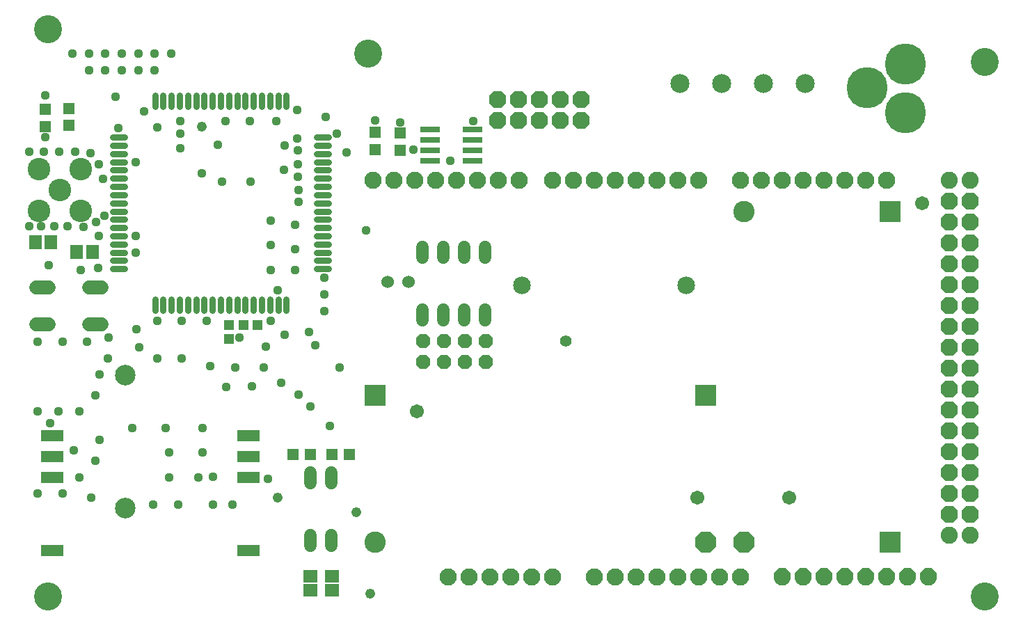
<source format=gts>
G75*
%MOIN*%
%OFA0B0*%
%FSLAX24Y24*%
%IPPOS*%
%LPD*%
%AMOC8*
5,1,8,0,0,1.08239X$1,22.5*
%
%ADD10C,0.1340*%
%ADD11R,0.1025X0.1025*%
%ADD12OC8,0.1025*%
%ADD13C,0.1025*%
%ADD14C,0.0316*%
%ADD15R,0.0474X0.0513*%
%ADD16R,0.0513X0.0474*%
%ADD17C,0.1080*%
%ADD18R,0.0592X0.0710*%
%ADD19C,0.0680*%
%ADD20C,0.0600*%
%ADD21C,0.0848*%
%ADD22C,0.0600*%
%ADD23OC8,0.0680*%
%ADD24C,0.0820*%
%ADD25OC8,0.0820*%
%ADD26R,0.0552X0.0552*%
%ADD27C,0.1970*%
%ADD28R,0.0946X0.0316*%
%ADD29R,0.1080X0.0580*%
%ADD30C,0.0986*%
%ADD31R,0.0671X0.0592*%
%ADD32C,0.0907*%
%ADD33OC8,0.0780*%
%ADD34C,0.0437*%
%ADD35C,0.0476*%
%ADD36C,0.0671*%
%ADD37C,0.0555*%
D10*
X005855Y051425D03*
X021209Y077409D03*
X005855Y078590D03*
X050737Y077015D03*
X050737Y051425D03*
D11*
X046190Y054000D03*
X037351Y061031D03*
X046190Y069826D03*
X021524Y061031D03*
D12*
X037351Y054023D03*
X039182Y054000D03*
D13*
X039182Y069826D03*
X021524Y054023D03*
D14*
X017280Y065095D02*
X017280Y065645D01*
X016886Y065645D02*
X016886Y065095D01*
X016493Y065095D02*
X016493Y065645D01*
X016099Y065645D02*
X016099Y065095D01*
X015705Y065095D02*
X015705Y065645D01*
X015312Y065645D02*
X015312Y065095D01*
X014918Y065095D02*
X014918Y065645D01*
X014524Y065645D02*
X014524Y065095D01*
X014131Y065095D02*
X014131Y065645D01*
X013737Y065645D02*
X013737Y065095D01*
X013343Y065095D02*
X013343Y065645D01*
X012949Y065645D02*
X012949Y065095D01*
X012556Y065095D02*
X012556Y065645D01*
X012162Y065645D02*
X012162Y065095D01*
X011768Y065095D02*
X011768Y065645D01*
X011375Y065645D02*
X011375Y065095D01*
X010981Y065095D02*
X010981Y065645D01*
X009524Y067102D02*
X008974Y067102D01*
X008974Y067496D02*
X009524Y067496D01*
X009524Y067889D02*
X008974Y067889D01*
X008974Y068283D02*
X009524Y068283D01*
X009524Y068677D02*
X008974Y068677D01*
X008974Y069071D02*
X009524Y069071D01*
X009524Y069464D02*
X008974Y069464D01*
X008974Y069858D02*
X009524Y069858D01*
X009524Y070252D02*
X008974Y070252D01*
X008974Y070645D02*
X009524Y070645D01*
X009524Y071039D02*
X008974Y071039D01*
X008974Y071433D02*
X009524Y071433D01*
X009524Y071826D02*
X008974Y071826D01*
X008974Y072220D02*
X009524Y072220D01*
X009524Y072614D02*
X008974Y072614D01*
X008974Y073008D02*
X009524Y073008D01*
X009524Y073401D02*
X008974Y073401D01*
X010981Y074859D02*
X010981Y075409D01*
X011375Y075409D02*
X011375Y074859D01*
X011768Y074859D02*
X011768Y075409D01*
X012162Y075409D02*
X012162Y074859D01*
X012556Y074859D02*
X012556Y075409D01*
X012949Y075409D02*
X012949Y074859D01*
X013343Y074859D02*
X013343Y075409D01*
X013737Y075409D02*
X013737Y074859D01*
X014131Y074859D02*
X014131Y075409D01*
X014524Y075409D02*
X014524Y074859D01*
X014918Y074859D02*
X014918Y075409D01*
X015312Y075409D02*
X015312Y074859D01*
X015705Y074859D02*
X015705Y075409D01*
X016099Y075409D02*
X016099Y074859D01*
X016493Y074859D02*
X016493Y075409D01*
X016886Y075409D02*
X016886Y074859D01*
X017280Y074859D02*
X017280Y075409D01*
X018737Y073401D02*
X019287Y073401D01*
X019287Y073008D02*
X018737Y073008D01*
X018737Y072614D02*
X019287Y072614D01*
X019287Y072220D02*
X018737Y072220D01*
X018737Y071826D02*
X019287Y071826D01*
X019287Y071433D02*
X018737Y071433D01*
X018737Y071039D02*
X019287Y071039D01*
X019287Y070645D02*
X018737Y070645D01*
X018737Y070252D02*
X019287Y070252D01*
X019287Y069858D02*
X018737Y069858D01*
X018737Y069464D02*
X019287Y069464D01*
X019287Y069071D02*
X018737Y069071D01*
X018737Y068677D02*
X019287Y068677D01*
X019287Y068283D02*
X018737Y068283D01*
X018737Y067889D02*
X019287Y067889D01*
X019287Y067496D02*
X018737Y067496D01*
X018737Y067102D02*
X019287Y067102D01*
D15*
X015910Y064417D03*
X015241Y064417D03*
D16*
X014520Y064425D03*
X014520Y063756D03*
D17*
X007438Y069885D03*
X006438Y070885D03*
X005438Y069885D03*
X005438Y071885D03*
X007438Y071885D03*
D18*
X005997Y068374D03*
X005249Y068374D03*
X007237Y067905D03*
X007985Y067905D03*
D19*
X007843Y066216D02*
X008443Y066216D01*
X008443Y064436D02*
X007843Y064436D01*
X005883Y064436D02*
X005283Y064436D01*
X005283Y066216D02*
X005883Y066216D01*
D20*
X018426Y057358D02*
X018426Y056838D01*
X019426Y056838D02*
X019426Y057358D01*
X019426Y054358D02*
X019426Y053838D01*
X018426Y053838D02*
X018426Y054358D01*
X023792Y064633D02*
X023792Y065153D01*
X024792Y065153D02*
X024792Y064633D01*
X025792Y064633D02*
X025792Y065153D01*
X026792Y065153D02*
X026792Y064633D01*
X026792Y067633D02*
X026792Y068153D01*
X025792Y068153D02*
X025792Y067633D01*
X024792Y067633D02*
X024792Y068153D01*
X023792Y068153D02*
X023792Y067633D01*
D21*
X028560Y066299D03*
X036434Y066299D03*
D22*
X023131Y066480D03*
X022131Y066480D03*
D23*
X023843Y063630D03*
X023843Y062630D03*
X024843Y062630D03*
X024843Y063630D03*
X025843Y063630D03*
X026843Y063630D03*
X026843Y062630D03*
X025843Y062630D03*
X049036Y062354D03*
X049036Y061354D03*
X049036Y060354D03*
X049036Y059354D03*
X049036Y058354D03*
X049036Y057354D03*
X049036Y056354D03*
X049036Y055354D03*
X049036Y054354D03*
X050036Y054354D03*
X050036Y055354D03*
X050036Y056354D03*
X050036Y057354D03*
X050036Y058354D03*
X050036Y059354D03*
X050036Y060354D03*
X050036Y061354D03*
X050036Y062354D03*
X050036Y063354D03*
X050036Y064354D03*
X050036Y065354D03*
X050036Y066354D03*
X050036Y067354D03*
X049036Y067354D03*
X049036Y066354D03*
X049036Y065354D03*
X049036Y064354D03*
X049036Y063354D03*
X049036Y068354D03*
X049036Y069354D03*
X049036Y070354D03*
X049036Y071354D03*
X050036Y071354D03*
X050036Y070354D03*
X050036Y069354D03*
X050036Y068354D03*
D24*
X050032Y071354D03*
X049032Y071354D03*
X046032Y071354D03*
X045032Y071354D03*
X044032Y071354D03*
X043032Y071354D03*
X042032Y071354D03*
X041032Y071354D03*
X040032Y071354D03*
X039032Y071354D03*
X037032Y071354D03*
X036032Y071354D03*
X035032Y071354D03*
X034032Y071354D03*
X033032Y071354D03*
X032032Y071354D03*
X031032Y071354D03*
X030032Y071354D03*
X028432Y071354D03*
X027432Y071354D03*
X026432Y071354D03*
X025432Y071354D03*
X024432Y071354D03*
X023432Y071354D03*
X022432Y071354D03*
X021432Y071354D03*
X025032Y052354D03*
X026032Y052354D03*
X027032Y052354D03*
X028032Y052354D03*
X029032Y052354D03*
X030032Y052354D03*
X032032Y052354D03*
X033032Y052354D03*
X034032Y052354D03*
X035032Y052354D03*
X036032Y052354D03*
X037032Y052354D03*
X038032Y052354D03*
X039032Y052354D03*
X041032Y052354D03*
X042032Y052354D03*
X043032Y052354D03*
X044032Y052354D03*
X045032Y052354D03*
X046032Y052354D03*
X047032Y052354D03*
X048032Y052354D03*
X049032Y054354D03*
X050032Y054354D03*
D25*
X050032Y055354D03*
X050032Y056354D03*
X050032Y057354D03*
X050032Y058354D03*
X049032Y058354D03*
X049032Y057354D03*
X049032Y056354D03*
X049032Y055354D03*
X049032Y059354D03*
X049032Y060354D03*
X049032Y061354D03*
X049032Y062354D03*
X049032Y063354D03*
X049032Y064354D03*
X049032Y065354D03*
X049032Y066354D03*
X049032Y067354D03*
X049032Y068354D03*
X049032Y069354D03*
X049032Y070354D03*
X050032Y070354D03*
X050032Y069354D03*
X050032Y068354D03*
X050032Y067354D03*
X050032Y066354D03*
X050032Y065354D03*
X050032Y064354D03*
X050032Y063354D03*
X050032Y062354D03*
X050032Y061354D03*
X050032Y060354D03*
X050032Y059354D03*
X031398Y074193D03*
X031398Y075193D03*
X030398Y075193D03*
X030398Y074193D03*
X029398Y074193D03*
X029398Y075193D03*
X028398Y075193D03*
X028398Y074193D03*
X027398Y074193D03*
X027398Y075193D03*
D26*
X022745Y073610D03*
X022745Y072783D03*
X021524Y072823D03*
X021524Y073649D03*
X020284Y058197D03*
X019457Y058197D03*
X018434Y058197D03*
X017607Y058197D03*
X006879Y073964D03*
X006879Y074791D03*
X005737Y074752D03*
X005737Y073925D03*
D27*
X045095Y075771D03*
X046945Y076913D03*
X046945Y074590D03*
D28*
X026209Y073789D03*
X026209Y073289D03*
X026209Y072789D03*
X026209Y072289D03*
X024162Y072289D03*
X024162Y072789D03*
X024162Y073289D03*
X024162Y073789D03*
D29*
X015468Y059108D03*
X015468Y058108D03*
X015468Y057108D03*
X015475Y053616D03*
X006078Y053616D03*
X006070Y057108D03*
X006070Y058108D03*
X006070Y059108D03*
D30*
X009574Y062002D03*
X009570Y055644D03*
D31*
X018414Y052389D03*
X018414Y051720D03*
X019477Y051720D03*
X019477Y052389D03*
D32*
X036119Y075992D03*
X038119Y075992D03*
X040127Y075992D03*
X042123Y075980D03*
D33*
X042032Y071354D03*
X041032Y071354D03*
X040032Y071354D03*
X039032Y071354D03*
X037032Y071354D03*
X036032Y071354D03*
X035032Y071354D03*
X034032Y071354D03*
X033032Y071354D03*
X032032Y071354D03*
X031032Y071354D03*
X030032Y071354D03*
X028430Y071358D03*
X027430Y071358D03*
X026430Y071358D03*
X025430Y071358D03*
X024430Y071358D03*
X023430Y071358D03*
X022430Y071358D03*
X021430Y071358D03*
X025032Y052358D03*
X026032Y052358D03*
X027032Y052358D03*
X028032Y052358D03*
X029032Y052358D03*
X030032Y052358D03*
X032032Y052358D03*
X033032Y052358D03*
X034032Y052358D03*
X035032Y052358D03*
X036032Y052358D03*
X037032Y052358D03*
X038032Y052358D03*
X039032Y052358D03*
X041044Y052366D03*
X042044Y052366D03*
X043044Y052366D03*
X044044Y052366D03*
X045044Y052366D03*
X046044Y052366D03*
X047044Y052366D03*
X048044Y052366D03*
X046032Y071354D03*
X045032Y071354D03*
X044032Y071354D03*
X043032Y071354D03*
D34*
X026229Y074181D03*
X025146Y072291D03*
X023375Y072803D03*
X022745Y074102D03*
X021524Y074220D03*
X020162Y072669D03*
X019713Y073590D03*
X019162Y074378D03*
X017784Y074704D03*
X017784Y073354D03*
X017823Y072763D03*
X017823Y072094D03*
X017823Y071504D03*
X017863Y070874D03*
X017863Y070323D03*
X017705Y069220D03*
X017705Y068039D03*
X017705Y067055D03*
X016524Y067055D03*
X016879Y066071D03*
X016540Y064598D03*
X017194Y063952D03*
X016292Y063389D03*
X016194Y062366D03*
X015634Y061460D03*
X014816Y062366D03*
X014394Y061452D03*
X013646Y062429D03*
X012268Y062823D03*
X011087Y062823D03*
X010221Y063334D03*
X010103Y064200D03*
X011087Y064594D03*
X012268Y064594D03*
X013449Y064594D03*
X015024Y063807D03*
X017020Y061657D03*
X017863Y061071D03*
X018414Y060519D03*
X019359Y059574D03*
X019831Y062370D03*
X018650Y063433D03*
X018375Y064063D03*
X019083Y065086D03*
X019083Y065874D03*
X019083Y066661D03*
X016524Y068236D03*
X016524Y069417D03*
X015579Y071267D03*
X014201Y071267D03*
X013217Y071661D03*
X014005Y073039D03*
X014359Y074181D03*
X015540Y074181D03*
X016800Y074181D03*
X017194Y073000D03*
X017154Y071858D03*
X021091Y068945D03*
X013253Y059476D03*
X013253Y058295D03*
X013056Y057114D03*
X013768Y057134D03*
X013768Y055795D03*
X014709Y055815D03*
X016406Y057055D03*
X012111Y055815D03*
X011678Y057114D03*
X011678Y058295D03*
X011481Y059476D03*
X009906Y059476D03*
X008335Y058905D03*
X008134Y057901D03*
X007347Y057114D03*
X007938Y056130D03*
X006560Y056326D03*
X005379Y056326D03*
X007091Y058405D03*
X005973Y059693D03*
X006363Y060263D03*
X007347Y060263D03*
X008134Y061051D03*
X008331Y062035D03*
X008725Y062823D03*
X008772Y063799D03*
X007741Y063610D03*
X006560Y063610D03*
X005379Y063610D03*
X005379Y060263D03*
X005894Y067291D03*
X007430Y067055D03*
X008257Y067134D03*
X008296Y068669D03*
X008178Y069338D03*
X008571Y069653D03*
X007548Y069102D03*
X006800Y069141D03*
X006170Y069141D03*
X005540Y069141D03*
X004949Y069141D03*
X004949Y072724D03*
X005658Y072724D03*
X005737Y073393D03*
X006406Y072724D03*
X007154Y072724D03*
X007902Y072645D03*
X008296Y072094D03*
X008493Y071425D03*
X010071Y072220D03*
X009241Y073826D03*
X009107Y075354D03*
X009398Y076622D03*
X009398Y077409D03*
X010186Y077409D03*
X010973Y077409D03*
X010973Y076622D03*
X010186Y076622D03*
X008611Y076622D03*
X008611Y077409D03*
X007823Y077409D03*
X007823Y076622D03*
X007036Y077409D03*
X005737Y075401D03*
X010068Y068669D03*
X010064Y067889D03*
X012194Y072882D03*
X012194Y073590D03*
X012194Y074181D03*
X011091Y073866D03*
X010461Y074653D03*
X011760Y077409D03*
X010890Y055815D03*
D35*
X016879Y056149D03*
X020619Y055441D03*
X021288Y051543D03*
X013217Y073905D03*
D36*
X023532Y060283D03*
X036957Y056149D03*
X041367Y056149D03*
X047745Y070244D03*
D37*
X030658Y063630D03*
M02*

</source>
